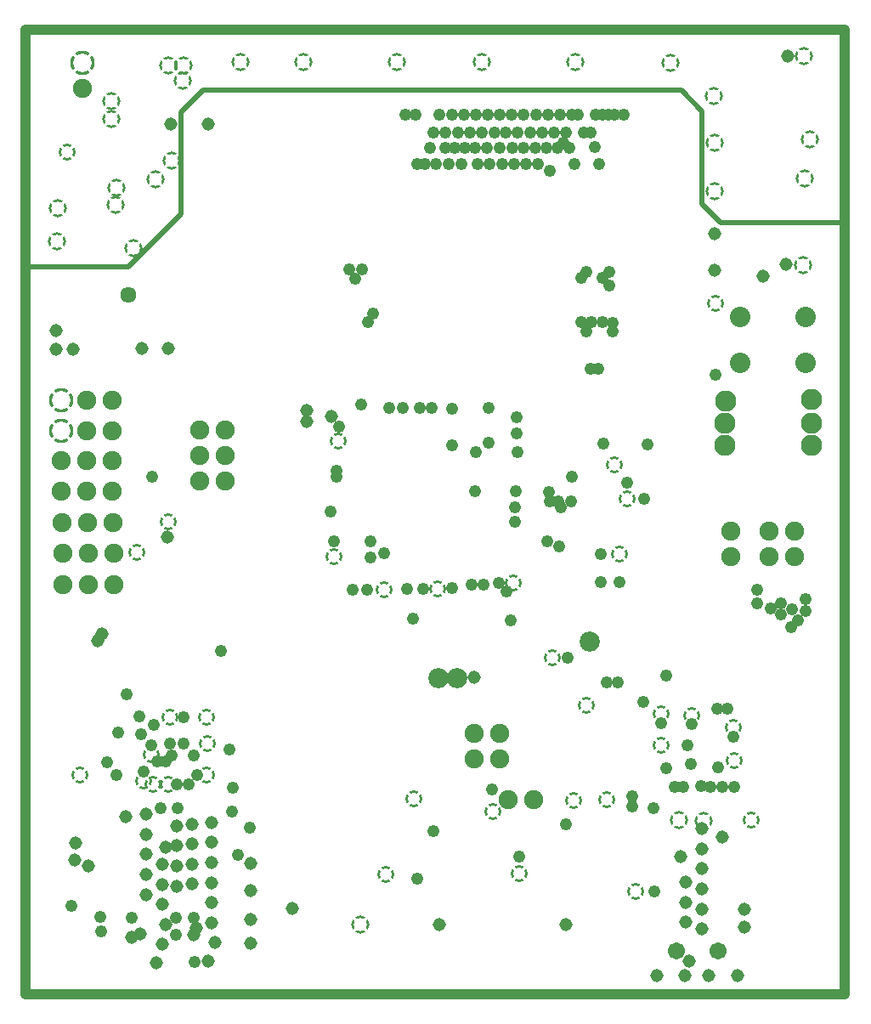
<source format=gbr>
%TF.GenerationSoftware,Altium Limited,Altium Designer,18.1.7 (191)*%
G04 Layer_Physical_Order=3*
G04 Layer_Color=128*
%FSLAX26Y26*%
%MOIN*%
%TF.FileFunction,Copper,L3,Inr,Plane*%
%TF.Part,Single*%
G01*
G75*
%TA.AperFunction,NonConductor*%
%ADD85C,0.040000*%
%TA.AperFunction,ComponentPad*%
G04:AMPARAMS|DCode=86|XSize=95.433mil|YSize=95.433mil|CornerRadius=0mil|HoleSize=0mil|Usage=FLASHONLY|Rotation=0.000|XOffset=0mil|YOffset=0mil|HoleType=Round|Shape=Relief|Width=10mil|Gap=10mil|Entries=4|*
%AMTHD86*
7,0,0,0.095433,0.075433,0.010000,45*
%
%ADD86THD86*%
%ADD87C,0.075433*%
%TA.AperFunction,ViaPad*%
%ADD89C,0.079370*%
%ADD90C,0.083310*%
%TA.AperFunction,ComponentPad*%
%ADD92C,0.080000*%
%ADD94C,0.067559*%
%TA.AperFunction,ViaPad*%
G04:AMPARAMS|DCode=95|XSize=67.874mil|YSize=67.874mil|CornerRadius=0mil|HoleSize=0mil|Usage=FLASHONLY|Rotation=0.000|XOffset=0mil|YOffset=0mil|HoleType=Round|Shape=Relief|Width=10mil|Gap=10mil|Entries=4|*
%AMTHD95*
7,0,0,0.067874,0.047874,0.010000,45*
%
%ADD95THD95*%
%ADD96C,0.051811*%
%ADD97C,0.047874*%
G04:AMPARAMS|DCode=98|XSize=71.811mil|YSize=71.811mil|CornerRadius=0mil|HoleSize=0mil|Usage=FLASHONLY|Rotation=0.000|XOffset=0mil|YOffset=0mil|HoleType=Round|Shape=Relief|Width=10mil|Gap=10mil|Entries=4|*
%AMTHD98*
7,0,0,0.071811,0.051811,0.010000,45*
%
%ADD98THD98*%
%ADD99C,0.063622*%
%TA.AperFunction,NonConductor*%
%ADD100C,0.019685*%
D85*
X78504Y71535D02*
Y3856063D01*
X3291811Y3856063D01*
X3291811Y71535D01*
X78504Y71535D02*
X3291811Y71535D01*
D86*
X218307Y2402323D02*
D03*
X217283Y2283386D02*
D03*
X301024Y3725472D02*
D03*
D87*
X760748Y2285079D02*
D03*
X860748D02*
D03*
X760748Y2185079D02*
D03*
X860748D02*
D03*
X760748Y2085079D02*
D03*
X860748D02*
D03*
X223425Y1678150D02*
D03*
X323425D02*
D03*
X423425D02*
D03*
X222401Y1801220D02*
D03*
X322401D02*
D03*
X422401D02*
D03*
X220354Y1922165D02*
D03*
X320354D02*
D03*
X420354D02*
D03*
X418307Y2402323D02*
D03*
X318307D02*
D03*
X317283Y2283386D02*
D03*
X417283D02*
D03*
X217677Y2165197D02*
D03*
X317677D02*
D03*
X417677D02*
D03*
X416654Y2045236D02*
D03*
X316654D02*
D03*
X216654D02*
D03*
X2995315Y1888465D02*
D03*
X3095315D02*
D03*
X2995315Y1788465D02*
D03*
X3095315D02*
D03*
X2844291D02*
D03*
Y1888465D02*
D03*
X1971574Y834725D02*
D03*
X2071574D02*
D03*
X1937047Y996142D02*
D03*
X1837047D02*
D03*
X1937047Y1096142D02*
D03*
X1837047D02*
D03*
X301024Y3625472D02*
D03*
D89*
X2291417Y1456890D02*
D03*
X1769449Y1314213D02*
D03*
X1696024D02*
D03*
D90*
X2822126Y2226890D02*
D03*
Y2313189D02*
D03*
X3159016Y2226890D02*
D03*
Y2313189D02*
D03*
X3161142Y2404961D02*
D03*
X2824252Y2399331D02*
D03*
D92*
X3137291Y2550449D02*
D03*
X2881291D02*
D03*
X3137291Y2728449D02*
D03*
X2881291D02*
D03*
D94*
X2793818Y241416D02*
D03*
X2630432D02*
D03*
D95*
X514961Y1806890D02*
D03*
X2406850Y1799764D02*
D03*
X1305138Y2242794D02*
D03*
X2386575Y2147598D02*
D03*
X2438058Y2014902D02*
D03*
X2278346Y1205264D02*
D03*
X2470905Y477047D02*
D03*
X577087Y895827D02*
D03*
X542008Y910118D02*
D03*
X291989Y932579D02*
D03*
X1909134Y790079D02*
D03*
X1601378Y840749D02*
D03*
X240394Y3374724D02*
D03*
X1991898Y1686268D02*
D03*
X785754Y932087D02*
D03*
X2785433Y2783937D02*
D03*
X1482244Y1658268D02*
D03*
X1693728Y1662974D02*
D03*
X1287992Y1787638D02*
D03*
X2857722Y990758D02*
D03*
X2924332Y756812D02*
D03*
X2144824Y1394154D02*
D03*
X637008Y1926378D02*
D03*
X2013977Y546259D02*
D03*
X1490551Y542283D02*
D03*
X645216Y1159449D02*
D03*
X786752D02*
D03*
X791339Y1055354D02*
D03*
X636339Y895827D02*
D03*
X570433Y1013032D02*
D03*
X2854434Y1117942D02*
D03*
X2689474Y1166862D02*
D03*
X2571124Y1048020D02*
D03*
X2570072Y1171268D02*
D03*
X2228307Y833461D02*
D03*
X2356968Y834444D02*
D03*
D96*
X1180039Y2361378D02*
D03*
X359646Y1457756D02*
D03*
X378701Y1487402D02*
D03*
X2668714Y511857D02*
D03*
Y433117D02*
D03*
Y354377D02*
D03*
X2680711Y201624D02*
D03*
X2730184Y328797D02*
D03*
Y407537D02*
D03*
Y486277D02*
D03*
Y565018D02*
D03*
Y643758D02*
D03*
Y722498D02*
D03*
X747060Y332818D02*
D03*
X793027Y201721D02*
D03*
X820542Y275498D02*
D03*
X808531Y353316D02*
D03*
Y432056D02*
D03*
Y510796D02*
D03*
Y589536D02*
D03*
Y668277D02*
D03*
Y747017D02*
D03*
X669599Y733011D02*
D03*
Y654271D02*
D03*
Y575531D02*
D03*
Y496791D02*
D03*
X731069Y504557D02*
D03*
Y583297D02*
D03*
Y662037D02*
D03*
Y740777D02*
D03*
X551489Y778841D02*
D03*
Y700100D02*
D03*
Y621360D02*
D03*
Y542620D02*
D03*
Y463880D02*
D03*
X494115Y295901D02*
D03*
X591169Y194331D02*
D03*
X612959Y269996D02*
D03*
X628594Y347168D02*
D03*
X612959Y424340D02*
D03*
Y503080D02*
D03*
Y581821D02*
D03*
X2198425Y345945D02*
D03*
X325414Y575084D02*
D03*
X533846Y2606220D02*
D03*
X1180551Y2320138D02*
D03*
X2646850Y612520D02*
D03*
X2758662Y147166D02*
D03*
X2553938D02*
D03*
X2664174D02*
D03*
X2868898D02*
D03*
X1124016Y409598D02*
D03*
X1276968Y2340787D02*
D03*
X960276Y271890D02*
D03*
Y366850D02*
D03*
Y480512D02*
D03*
Y586811D02*
D03*
X1837756Y1315433D02*
D03*
X2969547Y2889468D02*
D03*
X2779291Y2911575D02*
D03*
X2779705Y3054941D02*
D03*
X271890Y599252D02*
D03*
X264842Y2601024D02*
D03*
X196024D02*
D03*
X197520Y2675669D02*
D03*
X636024Y2606102D02*
D03*
X737992Y306832D02*
D03*
X3062056Y2935148D02*
D03*
X2809764Y688622D02*
D03*
X2897678Y404764D02*
D03*
X472028Y770492D02*
D03*
X792834Y3485906D02*
D03*
X647362Y3487204D02*
D03*
X3067480Y3752126D02*
D03*
X2897756Y336182D02*
D03*
X634370Y1864291D02*
D03*
X272598Y666654D02*
D03*
X626300Y649449D02*
D03*
X1700677Y345945D02*
D03*
X526496Y307638D02*
D03*
D97*
X573583Y2103386D02*
D03*
X396890Y981457D02*
D03*
X433721Y933042D02*
D03*
X438976Y1099803D02*
D03*
X1295708Y2124620D02*
D03*
X737441Y372283D02*
D03*
X668268Y304842D02*
D03*
X1440787Y2743110D02*
D03*
X1397598Y2916417D02*
D03*
X1346811Y2917047D02*
D03*
X3137480Y1623189D02*
D03*
X2947913Y1657992D02*
D03*
X3085236Y1583701D02*
D03*
X3041024Y1606260D02*
D03*
X2343071Y2231968D02*
D03*
X2517008Y2230827D02*
D03*
X2178661Y1982559D02*
D03*
X2167716Y2006535D02*
D03*
X2220787Y2103937D02*
D03*
X2216142Y2005000D02*
D03*
X2323504Y2527520D02*
D03*
X2379803Y2673583D02*
D03*
X2276339Y2672598D02*
D03*
X2379213Y2706969D02*
D03*
X2366220Y2853740D02*
D03*
X2366181Y2905039D02*
D03*
X2275984Y2906220D02*
D03*
X2338898Y2884095D02*
D03*
X2292362Y3454213D02*
D03*
X2267008D02*
D03*
X2340945Y2708386D02*
D03*
X2169679Y1827727D02*
D03*
X2134291Y3302835D02*
D03*
X2258701Y2884095D02*
D03*
X1897047Y3328937D02*
D03*
X1850118D02*
D03*
X2311260Y3397087D02*
D03*
X2296732Y2708386D02*
D03*
X1421457D02*
D03*
X1369842Y2880748D02*
D03*
X2294606Y2527402D02*
D03*
X2257835Y2708386D02*
D03*
X2231929Y3328937D02*
D03*
X2209449Y3392205D02*
D03*
X2185748Y3412047D02*
D03*
X2163583Y3392205D02*
D03*
X2407638Y1689213D02*
D03*
X1960827Y3454213D02*
D03*
X1987559Y3392205D02*
D03*
X1947874Y3328937D02*
D03*
X888903Y882639D02*
D03*
X2130512Y2043425D02*
D03*
X2132835Y2005276D02*
D03*
X2196811Y3454213D02*
D03*
X1686574Y3328937D02*
D03*
X1615433D02*
D03*
X2088189D02*
D03*
X2039856D02*
D03*
X1787126D02*
D03*
X1993976D02*
D03*
X2122126Y3392205D02*
D03*
X2077677D02*
D03*
X2030827D02*
D03*
X1935512D02*
D03*
X1886220D02*
D03*
X1840079D02*
D03*
X1798819D02*
D03*
X1665039D02*
D03*
X1737441Y3328937D02*
D03*
X1723032Y3392205D02*
D03*
X1642283Y3328937D02*
D03*
X1760197Y3392205D02*
D03*
X2151063Y3454213D02*
D03*
X2102756D02*
D03*
X2057008D02*
D03*
X2008071D02*
D03*
X1915827D02*
D03*
X1865551D02*
D03*
X1819134D02*
D03*
X1772520D02*
D03*
X1724961D02*
D03*
X1676771D02*
D03*
X2123189Y1847913D02*
D03*
X1392835Y2384291D02*
D03*
X1306574Y2298558D02*
D03*
X2333937Y1689842D02*
D03*
X2334252Y1798723D02*
D03*
X2126299Y3523701D02*
D03*
X2032126D02*
D03*
X1937126D02*
D03*
X1843543D02*
D03*
X1607283D02*
D03*
X1748818D02*
D03*
X2327125Y3328937D02*
D03*
X1567993Y3523701D02*
D03*
X1700867D02*
D03*
X1795670D02*
D03*
X1889843D02*
D03*
X1984646D02*
D03*
X2079134D02*
D03*
X2173268D02*
D03*
X2220512D02*
D03*
X2243898D02*
D03*
X2424804D02*
D03*
X2314842D02*
D03*
X2386300D02*
D03*
X2363740D02*
D03*
X2340040D02*
D03*
X2543780Y475906D02*
D03*
X607323Y801772D02*
D03*
X524921Y1163740D02*
D03*
X716496Y895827D02*
D03*
X751614Y932087D02*
D03*
X540749Y944488D02*
D03*
X627953Y987402D02*
D03*
X578858Y1129685D02*
D03*
X2623386Y886812D02*
D03*
X2657834Y887008D02*
D03*
X2727678Y887618D02*
D03*
X2792598Y961535D02*
D03*
X2687402Y977480D02*
D03*
X2591654Y960708D02*
D03*
X1908228Y874291D02*
D03*
X2014763Y611771D02*
D03*
X1678464Y713425D02*
D03*
X494666Y372638D02*
D03*
X956614Y726772D02*
D03*
X258268Y418819D02*
D03*
X371457Y375433D02*
D03*
X373425Y318150D02*
D03*
X2948150Y1604882D02*
D03*
X3041142Y1561535D02*
D03*
X3106260Y1540630D02*
D03*
X3136418Y1575846D02*
D03*
X3079016Y1513701D02*
D03*
X2198740Y739012D02*
D03*
X1274488Y1964488D02*
D03*
X1636299Y1662480D02*
D03*
X1826653Y1680158D02*
D03*
X1874764Y1680827D02*
D03*
X3000787Y1585591D02*
D03*
X1597835Y1544803D02*
D03*
X739467Y200295D02*
D03*
X876497Y1032361D02*
D03*
X669409Y895827D02*
D03*
X667402Y373150D02*
D03*
X2784272Y2501299D02*
D03*
X2762520Y886870D02*
D03*
X2402126Y1295748D02*
D03*
X737284Y1008268D02*
D03*
X474961Y1250236D02*
D03*
X531260Y1092835D02*
D03*
X594370Y986575D02*
D03*
X1484686Y1803200D02*
D03*
X1502456Y2371466D02*
D03*
X1555840Y2370954D02*
D03*
X1622756Y2370906D02*
D03*
X1672048Y2371930D02*
D03*
X1750670Y2369686D02*
D03*
X1748898Y2227206D02*
D03*
X1842836Y2200118D02*
D03*
X2006576Y2200512D02*
D03*
X2003582Y2335670D02*
D03*
X2002678Y2273228D02*
D03*
X1894922Y2234724D02*
D03*
X1893700Y2372874D02*
D03*
X2000276Y2046950D02*
D03*
X1998504Y1983386D02*
D03*
Y1926064D02*
D03*
X1418464Y1660000D02*
D03*
X1361850Y1660708D02*
D03*
X1573640Y1662222D02*
D03*
X1749748Y1664232D02*
D03*
X1287992Y1847716D02*
D03*
X1429448Y1849686D02*
D03*
X1430078Y1785316D02*
D03*
X2858268Y885236D02*
D03*
X2810068Y886006D02*
D03*
X1934606Y1686772D02*
D03*
X887894Y789822D02*
D03*
X651417Y1010591D02*
D03*
X845354Y1417854D02*
D03*
X1295708Y2102572D02*
D03*
X1962638Y1653426D02*
D03*
X1981063Y1539961D02*
D03*
X1614763Y526771D02*
D03*
X2203878Y1394154D02*
D03*
X674626Y801772D02*
D03*
X570276Y1049488D02*
D03*
X645216Y1055374D02*
D03*
X697402Y1055354D02*
D03*
X697874Y1159449D02*
D03*
X909055Y617756D02*
D03*
X1840590Y2047362D02*
D03*
X2542087Y803268D02*
D03*
X2456818Y809410D02*
D03*
X2791654Y1192048D02*
D03*
X2830040Y1192244D02*
D03*
X2854612Y1082422D02*
D03*
X2690018Y1131450D02*
D03*
X2569776Y1135892D02*
D03*
X2504803Y2016732D02*
D03*
X2456930Y849764D02*
D03*
X2590276Y1322496D02*
D03*
X2500384Y1219960D02*
D03*
X2357834Y1294804D02*
D03*
X2438386Y2078661D02*
D03*
X2674056Y1048818D02*
D03*
D98*
X2640079Y755275D02*
D03*
X2737913Y753543D02*
D03*
X3153110Y3425433D02*
D03*
X919724Y3729095D02*
D03*
X2608150Y3725787D02*
D03*
X2234173Y3730276D02*
D03*
X1867992Y3729134D02*
D03*
X1535433D02*
D03*
X1165945D02*
D03*
X2779705Y3223602D02*
D03*
Y3411358D02*
D03*
X2778642Y3594862D02*
D03*
X201220Y3024921D02*
D03*
X202795Y3157284D02*
D03*
X693780Y3657165D02*
D03*
X636969Y3714448D02*
D03*
X695827Y3714409D02*
D03*
X502126Y3000472D02*
D03*
X432086Y3167756D02*
D03*
X432834Y3236536D02*
D03*
X412598Y3505000D02*
D03*
X3131654Y3751418D02*
D03*
X588662Y3269764D02*
D03*
X651378Y3342480D02*
D03*
X415078Y3575276D02*
D03*
X3126810Y2933228D02*
D03*
X3133130Y3273878D02*
D03*
X1391319Y345945D02*
D03*
D99*
X481457Y2817126D02*
D03*
D100*
X2803661Y3099921D02*
X3285118D01*
X2731417Y3172165D02*
X2803661Y3099921D01*
X2731417Y3172165D02*
Y3535591D01*
X2648976Y3618032D02*
X2731417Y3535591D01*
X773386Y3618031D02*
X2648976Y3618032D01*
X687244Y3531890D02*
X773386Y3618031D01*
X687244Y3132165D02*
Y3531890D01*
X479764Y2924685D02*
X687244Y3132165D01*
X78819Y2924685D02*
X479764D01*
%TF.MD5,e877ce791b10bb918005ba7aed758c9a*%
M02*

</source>
